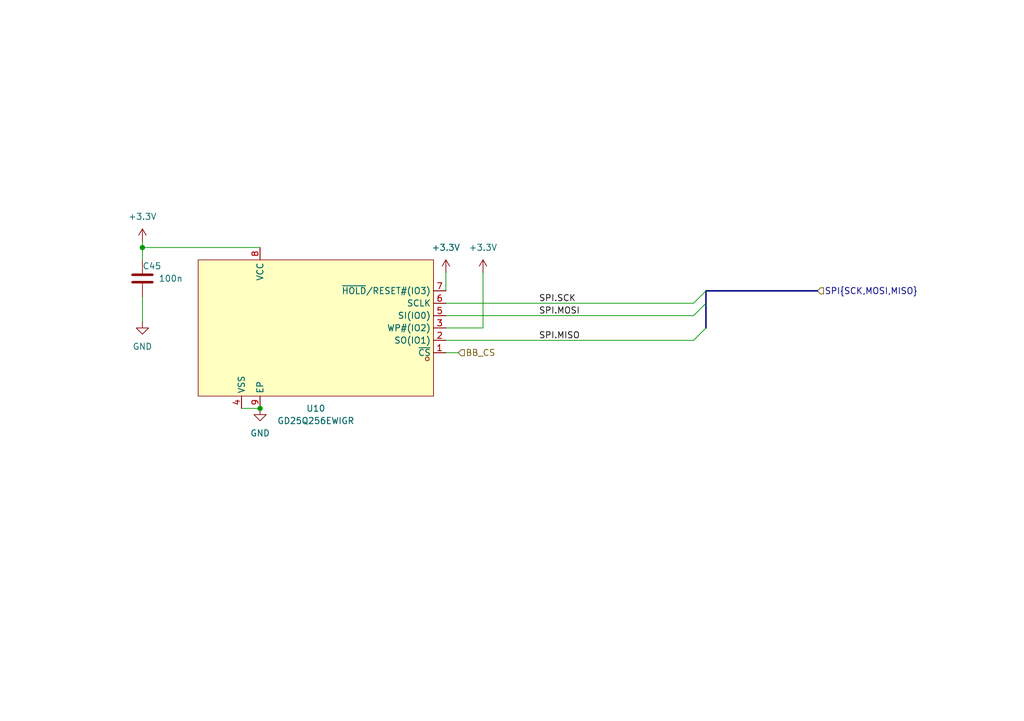
<source format=kicad_sch>
(kicad_sch (version 20250114) (generator "eeschema") (generator_version "9.0")
  (paper "A5")
  (lib_symbols
    (symbol "Device:C" (pin_numbers (hide yes)) (pin_names (offset 0.254))
      (property "Reference" "C" (at 0.635 2.54 0))
      (property "Value" "C" (at 0.635 -2.54 0))
      (symbol "C_0_1"
        (polyline (pts (xy -2.032 0.762) (xy 2.032 0.762)) (stroke (width 0.508)))
        (polyline (pts (xy -2.032 -0.762) (xy 2.032 -0.762)) (stroke (width 0.508)))
      )
      (symbol "C_1_1"
        (pin passive line (at 0 3.81 270) (length 2.794) (name "~") (number "1"))
        (pin passive line (at 0 -3.81 90) (length 2.794) (name "~") (number "2"))
      )
    )
    (symbol "lib:GD25Q256EWIGR"
      (property "Reference" "U10" (at 0 -8.89 0))
      (property "Value" "GD25Q256EWIGR" (at 0 -11.43 0))
      (symbol "GD25Q256EWIGR_0_1"
        (rectangle (start -24.13 21.59) (end 24.13 -6.35) (fill (type background)))
        (circle (center 22.86 1.27) (radius 0.38))
        (pin unspecified line (at -15.24 -8.89 90) (length 2.54) (name "VSS") (number "4"))
        (pin unspecified line (at -11.43 24.13 270) (length 2.54) (name "VCC") (number "8"))
        (pin unspecified line (at -11.43 -8.89 90) (length 2.54) (name "EP") (number "9"))
        (pin unspecified line (at 26.67 15.24 180) (length 2.54) (name "~{HOLD}/RESET#(IO3)") (number "7"))
        (pin unspecified line (at 26.67 12.7 180) (length 2.54) (name "SCLK") (number "6"))
        (pin unspecified line (at 26.67 10.16 180) (length 2.54) (name "SI(IO0)") (number "5"))
        (pin unspecified line (at 26.67 7.62 180) (length 2.54) (name "WP#(IO2)") (number "3"))
        (pin unspecified line (at 26.67 5.08 180) (length 2.54) (name "SO(IO1)") (number "2"))
        (pin unspecified line (at 26.67 2.54 180) (length 2.54) (name "~{CS}") (number "1"))
      )
    )
    (symbol "power:+3.3V" (power) (pin_numbers (hide yes)) (pin_names (offset 0) (hide yes))
      (property "Value" "+3.3V" (at 0 3.556 0))
      (symbol "+3.3V_0_1"
        (polyline (pts (xy -0.762 1.27) (xy 0 2.54)))
        (polyline (pts (xy 0 2.54) (xy 0.762 1.27)))
        (polyline (pts (xy 0 0) (xy 0 2.54)))
      )
      (symbol "+3.3V_1_1"
        (pin power_in line (at 0 0 90) (length 0) (name "~") (number "1"))
      )
    )
    (symbol "power:GND" (power) (pin_numbers (hide yes)) (pin_names (offset 0) (hide yes))
      (property "Value" "GND" (at 0 -3.81 0))
      (symbol "GND_0_1"
        (polyline (pts (xy 0 0) (xy 0 -1.27) (xy 1.27 -1.27) (xy 0 -2.54) (xy -1.27 -1.27) (xy 0 -1.27)))
      )
      (symbol "GND_1_1"
        (pin power_in line (at 0 0 270) (length 0) (name "~") (number "1"))
      )
    )
  )
  (junction (at 29.21 50.8))
  (junction (at 53.34 83.82))
  (bus_entry (at 142.24 62.23) (size 2.54 -2.54))
  (bus_entry (at 142.24 64.77) (size 2.54 -2.54))
  (bus_entry (at 142.24 69.85) (size 2.54 -2.54))
  (bus (pts (xy 144.78 62.23) (xy 144.78 59.69)))
  (wire (pts (xy 91.44 69.85) (xy 142.24 69.85)))
  (wire (pts (xy 91.44 55.88) (xy 91.44 59.69)))
  (wire (pts (xy 29.21 49.53) (xy 29.21 50.8)))
  (bus (pts (xy 144.78 67.31) (xy 144.78 62.23)))
  (wire (pts (xy 91.44 67.31) (xy 99.06 67.31)))
  (wire (pts (xy 91.44 62.23) (xy 142.24 62.23)))
  (wire (pts (xy 29.21 50.8) (xy 53.34 50.8)))
  (wire (pts (xy 29.21 60.96) (xy 29.21 66.04)))
  (bus (pts (xy 144.78 59.69) (xy 167.64 59.69)))
  (wire (pts (xy 91.44 64.77) (xy 142.24 64.77)))
  (wire (pts (xy 99.06 55.88) (xy 99.06 67.31)))
  (wire (pts (xy 91.44 72.39) (xy 93.98 72.39)))
  (wire (pts (xy 29.21 50.8) (xy 29.21 53.34)))
  (wire (pts (xy 49.53 83.82) (xy 53.34 83.82)))
  (label "SPI.SCK" (at 110.49 62.23 0))
  (label "SPI.MISO" (at 110.49 69.85 0))
  (label "SPI.MOSI" (at 110.49 64.77 0))
  (hierarchical_label "SPI{SCK,MOSI,MISO}" (shape input) (at 167.64 59.69 0))
  (hierarchical_label "BB_CS" (shape input) (at 93.98 72.39 0))
  (symbol (lib_id "power:+3.3V") (at 99.06 55.88 0) (unit 1)
    (property "Reference" "#PWR0122" (effects (hide yes)))
    (property "Value" "+3.3V" (at 99.06 50.8 0))
    (property "Description" "Power symbol creates a global label with name \"+3.3V\"" (effects (hide yes)))
  )
  (symbol (lib_id "lib:GD25Q256EWIGR") (at 64.77 74.93 0) (unit 1)
    (property "Reference" "U10" (at 64.77 83.82 0))
    (property "Value" "GD25Q256EWIGR" (at 64.77 86.36 0))
    (property "Footprint" "lib:WSON-8_L6.0-W5.0-P1.27-TL-EP" (effects (hide yes)))
    (property "LCSC Part" "C6564321" (effects (hide yes)))
  )
  (symbol (lib_id "power:GND") (at 53.34 83.82 0) (unit 1)
    (property "Reference" "#PWR0125" (effects (hide yes)))
    (property "Value" "GND" (at 53.34 88.9 0))
    (property "Description" "Power symbol creates a global label with name \"GND\" , ground" (effects (hide yes)))
  )
  (symbol (lib_id "Device:C") (at 29.21 57.15 0) (unit 1)
    (property "Reference" "C45" (at 29.21 54.61 0) (effects (justify left)))
    (property "Value" "100n" (at 32.512 57.15 0) (effects (justify left)))
    (property "Footprint" "Capacitor_SMD:C_0402_1005Metric" (effects (hide yes)))
    (property "LCSC" "C1525" (effects (hide yes)))
  )
  (symbol (lib_id "power:GND") (at 29.21 66.04 0) (unit 1)
    (property "Reference" "#PWR0124" (effects (hide yes)))
    (property "Value" "GND" (at 29.21 71.12 0))
    (property "Description" "Power symbol creates a global label with name \"GND\" , ground" (effects (hide yes)))
  )
  (symbol (lib_id "power:+3.3V") (at 91.44 55.88 0) (unit 1)
    (property "Reference" "#PWR0120" (effects (hide yes)))
    (property "Value" "+3.3V" (at 91.44 50.8 0))
    (property "Description" "Power symbol creates a global label with name \"+3.3V\"" (effects (hide yes)))
  )
  (symbol (lib_id "power:+3.3V") (at 29.21 49.53 0) (unit 1)
    (property "Reference" "#PWR0123" (effects (hide yes)))
    (property "Value" "+3.3V" (at 29.21 44.45 0))
    (property "Description" "Power symbol creates a global label with name \"+3.3V\"" (effects (hide yes)))
  )
)
</source>
